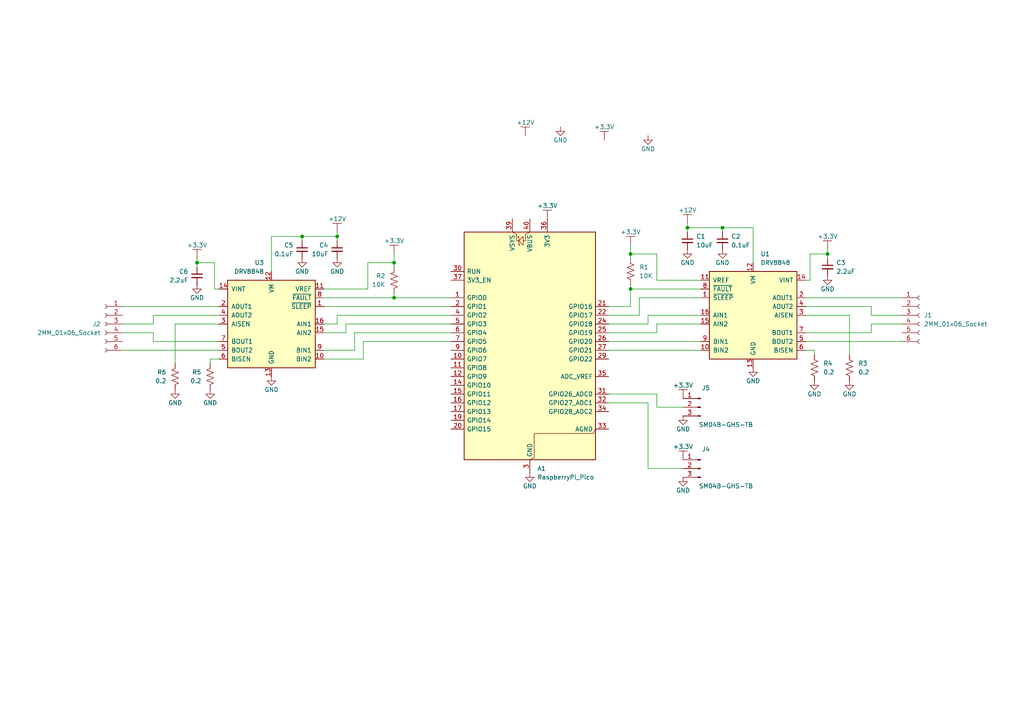
<source format=kicad_sch>
(kicad_sch (version 20250114) (generator "eeschema") (generator_version "9.0")
  (paper "A4")
  (lib_symbols
    (symbol "Connector:Conn_01x03_Pin" (pin_names (offset 1.016) (hide yes))
      (property "Reference" "J" (at 0 5.08 0))
      (property "Value" "Conn_01x03_Pin" (at 0 -5.08 0))
      (symbol "Conn_01x03_Pin_1_1"
        (rectangle (start 0.8636 2.667) (end 0 2.413) (stroke (width 0.1524)) (fill (type outline)))
        (rectangle (start 0.8636 0.127) (end 0 -0.127) (stroke (width 0.1524)) (fill (type outline)))
        (rectangle (start 0.8636 -2.413) (end 0 -2.667) (stroke (width 0.1524)) (fill (type outline)))
        (polyline (pts (xy 1.27 2.54) (xy 0.8636 2.54)) (stroke (width 0.1524)))
        (polyline (pts (xy 1.27 0) (xy 0.8636 0)) (stroke (width 0.1524)))
        (polyline (pts (xy 1.27 -2.54) (xy 0.8636 -2.54)) (stroke (width 0.1524)))
        (pin passive line (at 5.08 2.54 180) (length 3.81) (name "Pin_1") (number "1"))
        (pin passive line (at 5.08 0 180) (length 3.81) (name "Pin_2") (number "2"))
        (pin passive line (at 5.08 -2.54 180) (length 3.81) (name "Pin_3") (number "3"))
      )
    )
    (symbol "Connector:Conn_01x06_Socket" (pin_names (offset 1.016) (hide yes))
      (property "Reference" "J" (at 0 7.62 0))
      (property "Value" "Conn_01x06_Socket" (at 0 -10.16 0))
      (symbol "Conn_01x06_Socket_1_1"
        (polyline (pts (xy -1.27 5.08) (xy -0.508 5.08)) (stroke (width 0.1524)))
        (polyline (pts (xy -1.27 2.54) (xy -0.508 2.54)) (stroke (width 0.1524)))
        (polyline (pts (xy -1.27 0) (xy -0.508 0)) (stroke (width 0.1524)))
        (polyline (pts (xy -1.27 -2.54) (xy -0.508 -2.54)) (stroke (width 0.1524)))
        (polyline (pts (xy -1.27 -5.08) (xy -0.508 -5.08)) (stroke (width 0.1524)))
        (polyline (pts (xy -1.27 -7.62) (xy -0.508 -7.62)) (stroke (width 0.1524)))
        (arc (start 0 4.572) (mid -0.5058 5.08) (end 0 5.588) (stroke (width 0.1524)))
        (arc (start 0 2.032) (mid -0.5058 2.54) (end 0 3.048) (stroke (width 0.1524)))
        (arc (start 0 -0.508) (mid -0.5058 0) (end 0 0.508) (stroke (width 0.1524)))
        (arc (start 0 -3.048) (mid -0.5058 -2.54) (end 0 -2.032) (stroke (width 0.1524)))
        (arc (start 0 -5.588) (mid -0.5058 -5.08) (end 0 -4.572) (stroke (width 0.1524)))
        (arc (start 0 -8.128) (mid -0.5058 -7.62) (end 0 -7.112) (stroke (width 0.1524)))
        (pin passive line (at -5.08 5.08 0) (length 3.81) (name "Pin_1") (number "1"))
        (pin passive line (at -5.08 2.54 0) (length 3.81) (name "Pin_2") (number "2"))
        (pin passive line (at -5.08 0 0) (length 3.81) (name "Pin_3") (number "3"))
        (pin passive line (at -5.08 -2.54 0) (length 3.81) (name "Pin_4") (number "4"))
        (pin passive line (at -5.08 -5.08 0) (length 3.81) (name "Pin_5") (number "5"))
        (pin passive line (at -5.08 -7.62 0) (length 3.81) (name "Pin_6") (number "6"))
      )
    )
    (symbol "Device:C_Small" (pin_numbers (hide yes)) (pin_names (offset 0.254) (hide yes))
      (property "Reference" "C" (at 0.254 1.778 0))
      (property "Value" "C_Small" (at 0.254 -2.032 0))
      (symbol "C_Small_0_1"
        (polyline (pts (xy -1.524 0.508) (xy 1.524 0.508)) (stroke (width 0.3048)))
        (polyline (pts (xy -1.524 -0.508) (xy 1.524 -0.508)) (stroke (width 0.3302)))
      )
      (symbol "C_Small_1_1"
        (pin passive line (at 0 2.54 270) (length 2.032) (name "~") (number "1"))
        (pin passive line (at 0 -2.54 90) (length 2.032) (name "~") (number "2"))
      )
    )
    (symbol "Device:R_US" (pin_numbers (hide yes)) (pin_names (offset 0))
      (property "Reference" "R" (at 2.54 0 90))
      (property "Value" "R_US" (at -2.54 0 90))
      (symbol "R_US_0_1"
        (polyline (pts (xy 0 2.286) (xy 0 2.54)))
        (polyline (pts (xy 0 2.286) (xy 1.016 1.905) (xy 0 1.524) (xy -1.016 1.143) (xy 0 0.762)))
        (polyline (pts (xy 0 0.762) (xy 1.016 0.381) (xy 0 0) (xy -1.016 -0.381) (xy 0 -0.762)))
        (polyline (pts (xy 0 -0.762) (xy 1.016 -1.143) (xy 0 -1.524) (xy -1.016 -1.905) (xy 0 -2.286)))
        (polyline (pts (xy 0 -2.286) (xy 0 -2.54)))
      )
      (symbol "R_US_1_1"
        (pin passive line (at 0 3.81 270) (length 1.27) (name "~") (number "1"))
        (pin passive line (at 0 -3.81 90) (length 1.27) (name "~") (number "2"))
      )
    )
    (symbol "Driver_Motor:DRV8848" (pin_names (offset 1.016))
      (property "Reference" "U" (at -11.43 14.224 0))
      (property "Value" "DRV8848" (at 7.366 14.224 0))
      (symbol "DRV8848_0_1"
        (rectangle (start -12.7 12.7) (end 12.7 -12.7) (stroke (width 0.254)) (fill (type background)))
      )
      (symbol "DRV8848_1_1"
        (pin input line (at -15.24 10.16 0) (length 2.54) (name "VREF") (number "11"))
        (pin open_collector line (at -15.24 7.62 0) (length 2.54) (name "~{FAULT}") (number "8"))
        (pin input line (at -15.24 5.08 0) (length 2.54) (name "~{SLEEP}") (number "1"))
        (pin input line (at -15.24 0 0) (length 2.54) (name "AIN1") (number "16"))
        (pin input line (at -15.24 -2.54 0) (length 2.54) (name "AIN2") (number "15"))
        (pin input line (at -15.24 -7.62 0) (length 2.54) (name "BIN1") (number "9"))
        (pin input line (at -15.24 -10.16 0) (length 2.54) (name "BIN2") (number "10"))
        (pin power_in line (at 0 15.24 270) (length 2.54) (name "VM") (number "12"))
        (pin power_in line (at 0 -15.24 90) (length 2.54) (name "GND") (number "13"))
        (pin passive line (at 0 -15.24 90) (length 2.54) (hide yes) (name "GND") (number "17"))
        (pin passive line (at 15.24 10.16 180) (length 2.54) (name "VINT") (number "14"))
        (pin output line (at 15.24 5.08 180) (length 2.54) (name "AOUT1") (number "2"))
        (pin output line (at 15.24 2.54 180) (length 2.54) (name "AOUT2") (number "4"))
        (pin passive line (at 15.24 0 180) (length 2.54) (name "AISEN") (number "3"))
        (pin output line (at 15.24 -5.08 180) (length 2.54) (name "BOUT1") (number "7"))
        (pin output line (at 15.24 -7.62 180) (length 2.54) (name "BOUT2") (number "5"))
        (pin passive line (at 15.24 -10.16 180) (length 2.54) (name "BISEN") (number "6"))
      )
    )
    (symbol "MCU_Module:RaspberryPi_Pico" (pin_names (offset 0.762))
      (property "Reference" "A" (at -19.05 35.56 0))
      (property "Value" "RaspberryPi_Pico" (at 7.62 35.56 0))
      (symbol "RaspberryPi_Pico_0_1"
        (rectangle (start -19.05 34.29) (end 19.05 -31.75) (stroke (width 0.254)) (fill (type background)))
        (polyline (pts (xy -5.08 34.29) (xy -3.81 33.655) (xy -3.81 31.75) (xy -3.175 31.75)))
        (polyline (pts (xy -3.429 32.766) (xy -3.429 33.02) (xy -3.175 33.02) (xy -3.175 30.48) (xy -2.921 30.48) (xy -2.921 30.734)))
        (polyline (pts (xy -3.175 31.75) (xy -1.905 33.02) (xy -1.905 30.48) (xy -3.175 31.75)))
        (polyline (pts (xy 0 34.29) (xy -1.27 33.655) (xy -1.27 31.75) (xy -1.905 31.75)))
        (polyline (pts (xy 0 -31.75) (xy 1.27 -31.115) (xy 1.27 -24.13) (xy 18.415 -24.13) (xy 19.05 -22.86)))
      )
      (symbol "RaspberryPi_Pico_1_1"
        (pin passive line (at -22.86 22.86 0) (length 3.81) (name "RUN") (number "30"))
        (pin passive line (at -22.86 20.32 0) (length 3.81) (name "3V3_EN") (number "37"))
        (pin bidirectional line (at -22.86 15.24 0) (length 3.81) (name "GPIO0") (number "1"))
        (pin bidirectional line (at -22.86 12.7 0) (length 3.81) (name "GPIO1") (number "2"))
        (pin bidirectional line (at -22.86 10.16 0) (length 3.81) (name "GPIO2") (number "4"))
        (pin bidirectional line (at -22.86 7.62 0) (length 3.81) (name "GPIO3") (number "5"))
        (pin bidirectional line (at -22.86 5.08 0) (length 3.81) (name "GPIO4") (number "6"))
        (pin bidirectional line (at -22.86 2.54 0) (length 3.81) (name "GPIO5") (number "7"))
        (pin bidirectional line (at -22.86 0 0) (length 3.81) (name "GPIO6") (number "9"))
        (pin bidirectional line (at -22.86 -2.54 0) (length 3.81) (name "GPIO7") (number "10"))
        (pin bidirectional line (at -22.86 -5.08 0) (length 3.81) (name "GPIO8") (number "11"))
        (pin bidirectional line (at -22.86 -7.62 0) (length 3.81) (name "GPIO9") (number "12"))
        (pin bidirectional line (at -22.86 -10.16 0) (length 3.81) (name "GPIO10") (number "14"))
        (pin bidirectional line (at -22.86 -12.7 0) (length 3.81) (name "GPIO11") (number "15"))
        (pin bidirectional line (at -22.86 -15.24 0) (length 3.81) (name "GPIO12") (number "16"))
        (pin bidirectional line (at -22.86 -17.78 0) (length 3.81) (name "GPIO13") (number "17"))
        (pin bidirectional line (at -22.86 -20.32 0) (length 3.81) (name "GPIO14") (number "19"))
        (pin bidirectional line (at -22.86 -22.86 0) (length 3.81) (name "GPIO15") (number "20"))
        (pin power_in line (at -5.08 38.1 270) (length 3.81) (name "VSYS") (number "39"))
        (pin power_out line (at 0 38.1 270) (length 3.81) (name "VBUS") (number "40"))
        (pin passive line (at 0 -35.56 90) (length 3.81) (hide yes) (name "GND") (number "13"))
        (pin passive line (at 0 -35.56 90) (length 3.81) (hide yes) (name "GND") (number "18"))
        (pin passive line (at 0 -35.56 90) (length 3.81) (hide yes) (name "GND") (number "23"))
        (pin passive line (at 0 -35.56 90) (length 3.81) (hide yes) (name "GND") (number "28"))
        (pin power_out line (at 0 -35.56 90) (length 3.81) (name "GND") (number "3"))
        (pin passive line (at 0 -35.56 90) (length 3.81) (hide yes) (name "GND") (number "38"))
        (pin passive line (at 0 -35.56 90) (length 3.81) (hide yes) (name "GND") (number "8"))
        (pin power_out line (at 5.08 38.1 270) (length 3.81) (name "3V3") (number "36"))
        (pin bidirectional line (at 22.86 12.7 180) (length 3.81) (name "GPIO16") (number "21"))
        (pin bidirectional line (at 22.86 10.16 180) (length 3.81) (name "GPIO17") (number "22"))
        (pin bidirectional line (at 22.86 7.62 180) (length 3.81) (name "GPIO18") (number "24"))
        (pin bidirectional line (at 22.86 5.08 180) (length 3.81) (name "GPIO19") (number "25"))
        (pin bidirectional line (at 22.86 2.54 180) (length 3.81) (name "GPIO20") (number "26"))
        (pin bidirectional line (at 22.86 0 180) (length 3.81) (name "GPIO21") (number "27"))
        (pin bidirectional line (at 22.86 -2.54 180) (length 3.81) (name "GPIO22") (number "29"))
        (pin power_in line (at 22.86 -7.62 180) (length 3.81) (name "ADC_VREF") (number "35"))
        (pin bidirectional line (at 22.86 -12.7 180) (length 3.81) (name "GPIO26_ADC0") (number "31"))
        (pin bidirectional line (at 22.86 -15.24 180) (length 3.81) (name "GPIO27_ADC1") (number "32"))
        (pin bidirectional line (at 22.86 -17.78 180) (length 3.81) (name "GPIO28_ADC2") (number "34"))
        (pin power_out line (at 22.86 -22.86 180) (length 3.81) (name "AGND") (number "33"))
      )
    )
    (symbol "jannett_symbols:+12V" (power) (pin_names (offset 0))
      (property "Value" "+12V" (at 0 3.81 0))
      (symbol "+12V_0_1"
        (polyline (pts (xy -1.27 2.54) (xy 1.27 2.54)))
        (polyline (pts (xy 0 0) (xy 0 2.54)))
      )
      (symbol "+12V_1_1"
        (pin power_in line (at 0 0 90) (length 0) (hide yes) (name "+12V") (number "1"))
      )
    )
    (symbol "jannett_symbols:+3.3V" (power) (pin_names (offset 0))
      (property "Value" "+3.3V" (at 0 3.81 0))
      (symbol "+3.3V_0_1"
        (polyline (pts (xy -1.27 2.54) (xy 1.27 2.54)))
        (polyline (pts (xy 0 0) (xy 0 2.54)))
      )
      (symbol "+3.3V_1_1"
        (pin power_in line (at 0 0 90) (length 0) (hide yes) (name "+3.3V") (number "1"))
      )
    )
    (symbol "power:GND" (power) (pin_numbers (hide yes)) (pin_names (offset 0) (hide yes))
      (property "Value" "GND" (at 0 -3.81 0))
      (symbol "GND_0_1"
        (polyline (pts (xy 0 0) (xy 0 -1.27) (xy 1.27 -1.27) (xy 0 -2.54) (xy -1.27 -1.27) (xy 0 -1.27)))
      )
      (symbol "GND_1_1"
        (pin power_in line (at 0 0 270) (length 0) (name "~") (number "1"))
      )
    )
  )
  (junction (at 240.03 73.66))
  (junction (at 97.79 68.58))
  (junction (at 182.88 73.66))
  (junction (at 209.55 66.04))
  (junction (at 87.63 68.58))
  (junction (at 57.15 76.2))
  (junction (at 114.3 86.36))
  (junction (at 114.3 76.2))
  (junction (at 182.88 83.82))
  (junction (at 199.39 66.04))
  (wire (pts (xy 63.5 91.44) (xy 44.45 91.44)))
  (wire (pts (xy 114.3 86.36) (xy 93.98 86.36)))
  (wire (pts (xy 114.3 86.36) (xy 130.81 86.36)))
  (wire (pts (xy 63.5 83.82) (xy 62.23 83.82)))
  (wire (pts (xy 218.44 76.2) (xy 218.44 66.04)))
  (wire (pts (xy 182.88 83.82) (xy 182.88 88.9)))
  (wire (pts (xy 190.5 118.11) (xy 190.5 114.3)))
  (wire (pts (xy 60.96 104.14) (xy 63.5 104.14)))
  (wire (pts (xy 218.44 66.04) (xy 209.55 66.04)))
  (wire (pts (xy 106.68 76.2) (xy 114.3 76.2)))
  (wire (pts (xy 185.42 91.44) (xy 185.42 86.36)))
  (wire (pts (xy 100.33 96.52) (xy 93.98 96.52)))
  (wire (pts (xy 190.5 114.3) (xy 176.53 114.3)))
  (wire (pts (xy 176.53 116.84) (xy 187.96 116.84)))
  (wire (pts (xy 187.96 116.84) (xy 187.96 135.89)))
  (wire (pts (xy 234.95 73.66) (xy 240.03 73.66)))
  (wire (pts (xy 182.88 71.12) (xy 182.88 73.66)))
  (wire (pts (xy 233.68 81.28) (xy 234.95 81.28)))
  (wire (pts (xy 57.15 74.93) (xy 57.15 76.2)))
  (wire (pts (xy 187.96 93.98) (xy 176.53 93.98)))
  (wire (pts (xy 114.3 85.09) (xy 114.3 86.36)))
  (wire (pts (xy 130.81 93.98) (xy 100.33 93.98)))
  (wire (pts (xy 187.96 91.44) (xy 187.96 93.98)))
  (wire (pts (xy 44.45 91.44) (xy 44.45 93.98)))
  (wire (pts (xy 62.23 83.82) (xy 62.23 76.2)))
  (wire (pts (xy 105.41 99.06) (xy 105.41 104.14)))
  (wire (pts (xy 176.53 99.06) (xy 203.2 99.06)))
  (wire (pts (xy 233.68 88.9) (xy 252.73 88.9)))
  (wire (pts (xy 190.5 81.28) (xy 190.5 73.66)))
  (wire (pts (xy 209.55 66.04) (xy 209.55 67.31)))
  (wire (pts (xy 97.79 93.98) (xy 97.79 91.44)))
  (wire (pts (xy 93.98 93.98) (xy 97.79 93.98)))
  (wire (pts (xy 176.53 91.44) (xy 185.42 91.44)))
  (wire (pts (xy 182.88 83.82) (xy 203.2 83.82)))
  (wire (pts (xy 50.8 105.41) (xy 50.8 93.98)))
  (wire (pts (xy 50.8 93.98) (xy 63.5 93.98)))
  (wire (pts (xy 233.68 99.06) (xy 261.62 99.06)))
  (wire (pts (xy 102.87 101.6) (xy 102.87 96.52)))
  (wire (pts (xy 240.03 73.66) (xy 240.03 74.93)))
  (wire (pts (xy 57.15 76.2) (xy 57.15 77.47)))
  (wire (pts (xy 87.63 68.58) (xy 78.74 68.58)))
  (wire (pts (xy 63.5 101.6) (xy 35.56 101.6)))
  (wire (pts (xy 252.73 91.44) (xy 261.62 91.44)))
  (wire (pts (xy 63.5 88.9) (xy 35.56 88.9)))
  (wire (pts (xy 199.39 66.04) (xy 199.39 67.31)))
  (wire (pts (xy 252.73 93.98) (xy 261.62 93.98)))
  (wire (pts (xy 182.88 88.9) (xy 176.53 88.9)))
  (wire (pts (xy 114.3 76.2) (xy 114.3 77.47)))
  (wire (pts (xy 130.81 99.06) (xy 105.41 99.06)))
  (wire (pts (xy 100.33 93.98) (xy 100.33 96.52)))
  (wire (pts (xy 198.12 118.11) (xy 190.5 118.11)))
  (wire (pts (xy 97.79 91.44) (xy 130.81 91.44)))
  (wire (pts (xy 246.38 91.44) (xy 233.68 91.44)))
  (wire (pts (xy 187.96 91.44) (xy 203.2 91.44)))
  (wire (pts (xy 44.45 99.06) (xy 44.45 96.52)))
  (wire (pts (xy 199.39 64.77) (xy 199.39 66.04)))
  (wire (pts (xy 252.73 96.52) (xy 252.73 93.98)))
  (wire (pts (xy 93.98 83.82) (xy 106.68 83.82)))
  (wire (pts (xy 102.87 96.52) (xy 130.81 96.52)))
  (wire (pts (xy 97.79 68.58) (xy 87.63 68.58)))
  (wire (pts (xy 87.63 68.58) (xy 87.63 69.85)))
  (wire (pts (xy 176.53 101.6) (xy 203.2 101.6)))
  (wire (pts (xy 114.3 73.66) (xy 114.3 76.2)))
  (wire (pts (xy 44.45 96.52) (xy 35.56 96.52)))
  (wire (pts (xy 240.03 72.39) (xy 240.03 73.66)))
  (wire (pts (xy 93.98 101.6) (xy 102.87 101.6)))
  (wire (pts (xy 190.5 93.98) (xy 203.2 93.98)))
  (wire (pts (xy 78.74 78.74) (xy 78.74 68.58)))
  (wire (pts (xy 233.68 86.36) (xy 261.62 86.36)))
  (wire (pts (xy 97.79 67.31) (xy 97.79 68.58)))
  (wire (pts (xy 93.98 88.9) (xy 130.81 88.9)))
  (wire (pts (xy 106.68 83.82) (xy 106.68 76.2)))
  (wire (pts (xy 105.41 104.14) (xy 93.98 104.14)))
  (wire (pts (xy 182.88 82.55) (xy 182.88 83.82)))
  (wire (pts (xy 185.42 86.36) (xy 203.2 86.36)))
  (wire (pts (xy 187.96 135.89) (xy 198.12 135.89)))
  (wire (pts (xy 203.2 81.28) (xy 190.5 81.28)))
  (wire (pts (xy 182.88 73.66) (xy 182.88 74.93)))
  (wire (pts (xy 63.5 99.06) (xy 44.45 99.06)))
  (wire (pts (xy 44.45 93.98) (xy 35.56 93.98)))
  (wire (pts (xy 190.5 96.52) (xy 190.5 93.98)))
  (wire (pts (xy 176.53 96.52) (xy 190.5 96.52)))
  (wire (pts (xy 252.73 88.9) (xy 252.73 91.44)))
  (wire (pts (xy 234.95 81.28) (xy 234.95 73.66)))
  (wire (pts (xy 60.96 105.41) (xy 60.96 104.14)))
  (wire (pts (xy 236.22 102.87) (xy 236.22 101.6)))
  (wire (pts (xy 246.38 102.87) (xy 246.38 91.44)))
  (wire (pts (xy 233.68 96.52) (xy 252.73 96.52)))
  (wire (pts (xy 62.23 76.2) (xy 57.15 76.2)))
  (wire (pts (xy 209.55 66.04) (xy 199.39 66.04)))
  (wire (pts (xy 190.5 73.66) (xy 182.88 73.66)))
  (wire (pts (xy 236.22 101.6) (xy 233.68 101.6)))
  (wire (pts (xy 97.79 68.58) (xy 97.79 69.85)))
  (symbol (lib_id "jannett_symbols:+3.3V") (at 57.15 74.93 0) (mirror y) (unit 1)
    (property "Reference" "#PWR017" (effects (hide yes)))
    (property "Value" "+3.3V" (at 57.15 71.12 0))
    (property "Description" "Power symbol creates a global label with name \"+3.3V\"" (effects (hide yes)))
  )
  (symbol (lib_id "power:GND") (at 87.63 74.93 0) (mirror y) (unit 1)
    (property "Reference" "#PWR014" (effects (hide yes)))
    (property "Value" "GND" (at 87.63 78.74 0))
    (property "Description" "Power symbol creates a global label with name \"GND\" , ground" (effects (hide yes)))
  )
  (symbol (lib_id "Device:R_US") (at 114.3 81.28 0) (mirror y) (unit 1)
    (property "Reference" "R2" (at 111.76 80.0099 0) (effects (justify left)))
    (property "Value" "10K" (at 111.76 82.5499 0) (effects (justify left)))
    (property "Footprint" "Resistor_SMD:R_0603_1608Metric" (effects (hide yes)))
    (property "Description" "Resistor, US symbol" (effects (hide yes)))
  )
  (symbol (lib_id "jannett_symbols:+3.3V") (at 240.03 72.39 0) (unit 1)
    (property "Reference" "#PWR06" (effects (hide yes)))
    (property "Value" "+3.3V" (at 240.03 68.58 0))
    (property "Description" "Power symbol creates a global label with name \"+3.3V\"" (effects (hide yes)))
  )
  (symbol (lib_id "Driver_Motor:DRV8848") (at 218.44 91.44 0) (unit 1)
    (property "Reference" "U1" (at 220.5833 73.66 0) (effects (justify left)))
    (property "Value" "DRV8848" (at 220.5833 76.2 0) (effects (justify left)))
    (property "Footprint" "Package_SO:TSSOP-16-1EP_4.4x5mm_P0.65mm" (effects (hide yes)))
    (property "Datasheet" "http://www.ti.com/lit/ds/symlink/drv8848.pdf" (effects (hide yes)))
    (property "Description" "Dual H-Bridge motor driver, PWM controlled, single/dual brushed DC stepper, +2 to +18 VDD, TSSOP-16" (effects (hide yes)))
  )
  (symbol (lib_id "Device:C_Small") (at 97.79 72.39 0) (mirror y) (unit 1)
    (property "Reference" "C4" (at 95.25 71.1262 0) (effects (justify left)))
    (property "Value" "10uF" (at 95.25 73.6662 0) (effects (justify left)))
    (property "Footprint" "Capacitor_SMD:C_1206_3216Metric" (effects (hide yes)))
    (property "Description" "Unpolarized capacitor, small symbol" (effects (hide yes)))
  )
  (symbol (lib_id "Device:C_Small") (at 240.03 77.47 0) (unit 1)
    (property "Reference" "C3" (at 242.57 76.2062 0) (effects (justify left)))
    (property "Value" "2.2uF" (at 242.57 78.7462 0) (effects (justify left)))
    (property "Footprint" "Capacitor_SMD:C_0603_1608Metric" (effects (hide yes)))
    (property "Description" "Unpolarized capacitor, small symbol" (effects (hide yes)))
  )
  (symbol (lib_id "power:GND") (at 236.22 110.49 0) (unit 1)
    (property "Reference" "#PWR08" (effects (hide yes)))
    (property "Value" "GND" (at 236.22 114.3 0))
    (property "Description" "Power symbol creates a global label with name \"GND\" , ground" (effects (hide yes)))
  )
  (symbol (lib_id "Device:R_US") (at 182.88 78.74 0) (unit 1)
    (property "Reference" "R1" (at 185.42 77.4699 0) (effects (justify left)))
    (property "Value" "10K" (at 185.42 80.0099 0) (effects (justify left)))
    (property "Footprint" "Resistor_SMD:R_0603_1608Metric" (effects (hide yes)))
    (property "Description" "Resistor, US symbol" (effects (hide yes)))
  )
  (symbol (lib_id "power:GND") (at 187.96 39.37 0) (mirror y) (unit 1)
    (property "Reference" "#PWR028" (effects (hide yes)))
    (property "Value" "GND" (at 187.96 43.18 0))
    (property "Description" "Power symbol creates a global label with name \"GND\" , ground" (effects (hide yes)))
  )
  (symbol (lib_id "Device:C_Small") (at 87.63 72.39 0) (mirror y) (unit 1)
    (property "Reference" "C5" (at 85.09 71.1262 0) (effects (justify left)))
    (property "Value" "0.1uF" (at 85.09 73.6662 0) (effects (justify left)))
    (property "Footprint" "Capacitor_SMD:C_0603_1608Metric" (effects (hide yes)))
    (property "Description" "Unpolarized capacitor, small symbol" (effects (hide yes)))
  )
  (symbol (lib_id "power:GND") (at 209.55 72.39 0) (unit 1)
    (property "Reference" "#PWR02" (effects (hide yes)))
    (property "Value" "GND" (at 209.55 76.2 0))
    (property "Description" "Power symbol creates a global label with name \"GND\" , ground" (effects (hide yes)))
  )
  (symbol (lib_id "power:GND") (at 153.67 137.16 0) (unit 1)
    (property "Reference" "#PWR020" (effects (hide yes)))
    (property "Value" "GND" (at 153.67 140.97 0))
    (property "Description" "Power symbol creates a global label with name \"GND\" , ground" (effects (hide yes)))
  )
  (symbol (lib_id "MCU_Module:RaspberryPi_Pico") (at 153.67 101.6 0) (unit 1)
    (property "Reference" "A1" (at 155.8133 135.89 0) (effects (justify left)))
    (property "Value" "RaspberryPi_Pico" (at 155.8133 138.43 0) (effects (justify left)))
    (property "Footprint" "Module:RaspberryPi_Pico_Common_Unspecified" (effects (hide yes)))
    (property "Datasheet" "https://datasheets.raspberrypi.com/pico/pico-datasheet.pdf" (effects (hide yes)))
    (property "Description" "Versatile and inexpensive microcontroller module powered by RP2040 dual-core Arm Cortex-M0+ processor up to 133 MHz, 264kB SRAM, 2MB QSPI flash; also supports Raspberry Pi Pico 2" (effects (hide yes)))
  )
  (symbol (lib_id "Connector:Conn_01x06_Socket") (at 266.7 91.44 0) (unit 1)
    (property "Reference" "J1" (at 267.97 91.4399 0) (effects (justify left)))
    (property "Value" "2MM_01x06_Socket" (at 267.97 93.9799 0) (effects (justify left)))
    (property "Footprint" "Connector_PinSocket_2.00mm:PinSocket_1x06_P2.00mm_Vertical" (effects (hide yes)))
    (property "Description" "Generic connector, single row, 01x06, script generated" (effects (hide yes)))
  )
  (symbol (lib_id "jannett_symbols:+3.3V") (at 175.26 40.64 0) (mirror y) (unit 1)
    (property "Reference" "#PWR027" (effects (hide yes)))
    (property "Value" "+3.3V" (at 175.26 36.83 0))
    (property "Description" "Power symbol creates a global label with name \"+3.3V\"" (effects (hide yes)))
  )
  (symbol (lib_id "Device:C_Small") (at 199.39 69.85 0) (unit 1)
    (property "Reference" "C1" (at 201.93 68.5862 0) (effects (justify left)))
    (property "Value" "10uF" (at 201.93 71.1262 0) (effects (justify left)))
    (property "Footprint" "Capacitor_SMD:C_1206_3216Metric" (effects (hide yes)))
    (property "Description" "Unpolarized capacitor, small symbol" (effects (hide yes)))
  )
  (symbol (lib_id "Device:R_US") (at 246.38 106.68 0) (unit 1)
    (property "Reference" "R3" (at 248.92 105.4099 0) (effects (justify left)))
    (property "Value" "0.2" (at 248.92 107.9499 0) (effects (justify left)))
    (property "Footprint" "Resistor_SMD:R_1206_3216Metric" (effects (hide yes)))
    (property "Description" "Resistor, US symbol" (effects (hide yes)))
  )
  (symbol (lib_id "Device:R_US") (at 50.8 109.22 0) (mirror y) (unit 1)
    (property "Reference" "R6" (at 48.26 107.9499 0) (effects (justify left)))
    (property "Value" "0.2" (at 48.26 110.4899 0) (effects (justify left)))
    (property "Footprint" "Resistor_SMD:R_1206_3216Metric" (effects (hide yes)))
    (property "Description" "Resistor, US symbol" (effects (hide yes)))
  )
  (symbol (lib_id "Device:R_US") (at 236.22 106.68 0) (unit 1)
    (property "Reference" "R4" (at 238.76 105.4099 0) (effects (justify left)))
    (property "Value" "0.2" (at 238.76 107.9499 0) (effects (justify left)))
    (property "Footprint" "Resistor_SMD:R_1206_3216Metric" (effects (hide yes)))
    (property "Description" "Resistor, US symbol" (effects (hide yes)))
  )
  (symbol (lib_id "power:GND") (at 60.96 113.03 0) (mirror y) (unit 1)
    (property "Reference" "#PWR016" (effects (hide yes)))
    (property "Value" "GND" (at 60.96 116.84 0))
    (property "Description" "Power symbol creates a global label with name \"GND\" , ground" (effects (hide yes)))
  )
  (symbol (lib_id "jannett_symbols:+3.3V") (at 158.75 63.5 0) (unit 1)
    (property "Reference" "#PWR010" (effects (hide yes)))
    (property "Value" "+3.3V" (at 158.75 59.69 0))
    (property "Description" "Power symbol creates a global label with name \"+3.3V\"" (effects (hide yes)))
  )
  (symbol (lib_id "Connector:Conn_01x06_Socket") (at 30.48 93.98 0) (mirror y) (unit 1)
    (property "Reference" "J2" (at 29.21 93.9799 0) (effects (justify left)))
    (property "Value" "2MM_01x06_Socket" (at 29.21 96.5199 0) (effects (justify left)))
    (property "Footprint" "Connector_PinSocket_2.00mm:PinSocket_1x06_P2.00mm_Vertical" (effects (hide yes)))
    (property "Description" "Generic connector, single row, 01x06, script generated" (effects (hide yes)))
  )
  (symbol (lib_id "jannett_symbols:+12V") (at 152.4 39.37 0) (unit 1)
    (property "Reference" "#PWR021" (effects (hide yes)))
    (property "Value" "+12V" (at 152.4 35.56 0))
    (property "Description" "Power symbol creates a global label with name \"+12V\"" (effects (hide yes)))
  )
  (symbol (lib_id "Device:C_Small") (at 57.15 80.01 0) (mirror y) (unit 1)
    (property "Reference" "C6" (at 54.61 78.7462 0) (effects (justify left)))
    (property "Value" "2.2uF" (at 54.61 81.2862 0) (effects (justify left)))
    (property "Footprint" "Capacitor_SMD:C_0603_1608Metric" (effects (hide yes)))
    (property "Description" "Unpolarized capacitor, small symbol" (effects (hide yes)))
  )
  (symbol (lib_id "jannett_symbols:+3.3V") (at 198.12 133.35 0) (mirror y) (unit 1)
    (property "Reference" "#PWR023" (effects (hide yes)))
    (property "Value" "+3.3V" (at 198.12 129.54 0))
    (property "Description" "Power symbol creates a global label with name \"+3.3V\"" (effects (hide yes)))
  )
  (symbol (lib_id "power:GND") (at 97.79 74.93 0) (mirror y) (unit 1)
    (property "Reference" "#PWR013" (effects (hide yes)))
    (property "Value" "GND" (at 97.79 78.74 0))
    (property "Description" "Power symbol creates a global label with name \"GND\" , ground" (effects (hide yes)))
  )
  (symbol (lib_id "jannett_symbols:+3.3V") (at 182.88 71.12 0) (unit 1)
    (property "Reference" "#PWR07" (effects (hide yes)))
    (property "Value" "+3.3V" (at 182.88 67.31 0))
    (property "Description" "Power symbol creates a global label with name \"+3.3V\"" (effects (hide yes)))
  )
  (symbol (lib_id "jannett_symbols:+3.3V") (at 198.12 115.57 0) (mirror y) (unit 1)
    (property "Reference" "#PWR024" (effects (hide yes)))
    (property "Value" "+3.3V" (at 198.12 111.76 0))
    (property "Description" "Power symbol creates a global label with name \"+3.3V\"" (effects (hide yes)))
  )
  (symbol (lib_id "power:GND") (at 57.15 82.55 0) (mirror y) (unit 1)
    (property "Reference" "#PWR018" (effects (hide yes)))
    (property "Value" "GND" (at 57.15 86.36 0))
    (property "Description" "Power symbol creates a global label with name \"GND\" , ground" (effects (hide yes)))
  )
  (symbol (lib_id "Driver_Motor:DRV8848") (at 78.74 93.98 0) (mirror y) (unit 1)
    (property "Reference" "U3" (at 76.5967 76.2 0) (effects (justify left)))
    (property "Value" "DRV8848" (at 76.5967 78.74 0) (effects (justify left)))
    (property "Footprint" "Package_SO:TSSOP-16-1EP_4.4x5mm_P0.65mm" (effects (hide yes)))
    (property "Datasheet" "http://www.ti.com/lit/ds/symlink/drv8848.pdf" (effects (hide yes)))
    (property "Description" "Dual H-Bridge motor driver, PWM controlled, single/dual brushed DC stepper, +2 to +18 VDD, TSSOP-16" (effects (hide yes)))
  )
  (symbol (lib_id "power:GND") (at 198.12 120.65 0) (mirror y) (unit 1)
    (property "Reference" "#PWR025" (effects (hide yes)))
    (property "Value" "GND" (at 198.12 124.46 0))
    (property "Description" "Power symbol creates a global label with name \"GND\" , ground" (effects (hide yes)))
  )
  (symbol (lib_id "power:GND") (at 50.8 113.03 0) (mirror y) (unit 1)
    (property "Reference" "#PWR019" (effects (hide yes)))
    (property "Value" "GND" (at 50.8 116.84 0))
    (property "Description" "Power symbol creates a global label with name \"GND\" , ground" (effects (hide yes)))
  )
  (symbol (lib_id "power:GND") (at 218.44 106.68 0) (unit 1)
    (property "Reference" "#PWR04" (effects (hide yes)))
    (property "Value" "GND" (at 218.44 110.49 0))
    (property "Description" "Power symbol creates a global label with name \"GND\" , ground" (effects (hide yes)))
  )
  (symbol (lib_id "power:GND") (at 199.39 72.39 0) (unit 1)
    (property "Reference" "#PWR01" (effects (hide yes)))
    (property "Value" "GND" (at 199.39 76.2 0))
    (property "Description" "Power symbol creates a global label with name \"GND\" , ground" (effects (hide yes)))
  )
  (symbol (lib_id "jannett_symbols:+3.3V") (at 114.3 73.66 0) (mirror y) (unit 1)
    (property "Reference" "#PWR011" (effects (hide yes)))
    (property "Value" "+3.3V" (at 114.3 69.85 0))
    (property "Description" "Power symbol creates a global label with name \"+3.3V\"" (effects (hide yes)))
  )
  (symbol (lib_id "Device:C_Small") (at 209.55 69.85 0) (unit 1)
    (property "Reference" "C2" (at 212.09 68.5862 0) (effects (justify left)))
    (property "Value" "0.1uF" (at 212.09 71.1262 0) (effects (justify left)))
    (property "Footprint" "Capacitor_SMD:C_0603_1608Metric" (effects (hide yes)))
    (property "Description" "Unpolarized capacitor, small symbol" (effects (hide yes)))
  )
  (symbol (lib_id "jannett_symbols:+12V") (at 97.79 67.31 0) (mirror y) (unit 1)
    (property "Reference" "#PWR012" (effects (hide yes)))
    (property "Value" "+12V" (at 97.79 63.5 0))
    (property "Description" "Power symbol creates a global label with name \"+12V\"" (effects (hide yes)))
  )
  (symbol (lib_id "power:GND") (at 246.38 110.49 0) (unit 1)
    (property "Reference" "#PWR09" (effects (hide yes)))
    (property "Value" "GND" (at 246.38 114.3 0))
    (property "Description" "Power symbol creates a global label with name \"GND\" , ground" (effects (hide yes)))
  )
  (symbol (lib_id "power:GND") (at 78.74 109.22 0) (mirror y) (unit 1)
    (property "Reference" "#PWR015" (effects (hide yes)))
    (property "Value" "GND" (at 78.74 113.03 0))
    (property "Description" "Power symbol creates a global label with name \"GND\" , ground" (effects (hide yes)))
  )
  (symbol (lib_id "Device:R_US") (at 60.96 109.22 0) (mirror y) (unit 1)
    (property "Reference" "R5" (at 58.42 107.9499 0) (effects (justify left)))
    (property "Value" "0.2" (at 58.42 110.4899 0) (effects (justify left)))
    (property "Footprint" "Resistor_SMD:R_1206_3216Metric" (effects (hide yes)))
    (property "Description" "Resistor, US symbol" (effects (hide yes)))
  )
  (symbol (lib_id "Connector:Conn_01x03_Pin") (at 203.2 135.89 0) (mirror y) (unit 1)
    (property "Reference" "J4" (at 204.724 130.302 0))
    (property "Value" "SM04B-GHS-TB" (at 210.566 140.97 0))
    (property "Footprint" "Connector_JST:JST_GH_SM04B-GHS-TB_1x04-1MP_P1.25mm_Horizontal" (effects (hide yes)))
    (property "Description" "Generic connector, single row, 01x03, script generated" (effects (hide yes)))
  )
  (symbol (lib_id "power:GND") (at 198.12 138.43 0) (mirror y) (unit 1)
    (property "Reference" "#PWR022" (effects (hide yes)))
    (property "Value" "GND" (at 198.12 142.24 0))
    (property "Description" "Power symbol creates a global label with name \"GND\" , ground" (effects (hide yes)))
  )
  (symbol (lib_id "power:GND") (at 162.56 36.83 0) (unit 1)
    (property "Reference" "#PWR026" (effects (hide yes)))
    (property "Value" "GND" (at 162.56 40.64 0))
    (property "Description" "Power symbol creates a global label with name \"GND\" , ground" (effects (hide yes)))
  )
  (symbol (lib_id "Connector:Conn_01x03_Pin") (at 203.2 118.11 0) (mirror y) (unit 1)
    (property "Reference" "J5" (at 204.724 112.522 0))
    (property "Value" "SM04B-GHS-TB" (at 210.566 123.19 0))
    (property "Footprint" "Connector_JST:JST_GH_SM04B-GHS-TB_1x04-1MP_P1.25mm_Horizontal" (effects (hide yes)))
    (property "Description" "Generic connector, single row, 01x03, script generated" (effects (hide yes)))
  )
  (symbol (lib_id "jannett_symbols:+12V") (at 199.39 64.77 0) (unit 1)
    (property "Reference" "#PWR05" (effects (hide yes)))
    (property "Value" "+12V" (at 199.39 60.96 0))
    (property "Description" "Power symbol creates a global label with name \"+12V\"" (effects (hide yes)))
  )
  (symbol (lib_id "power:GND") (at 240.03 80.01 0) (unit 1)
    (property "Reference" "#PWR03" (effects (hide yes)))
    (property "Value" "GND" (at 240.03 83.82 0))
    (property "Description" "Power symbol creates a global label with name \"GND\" , ground" (effects (hide yes)))
  )
)
</source>
